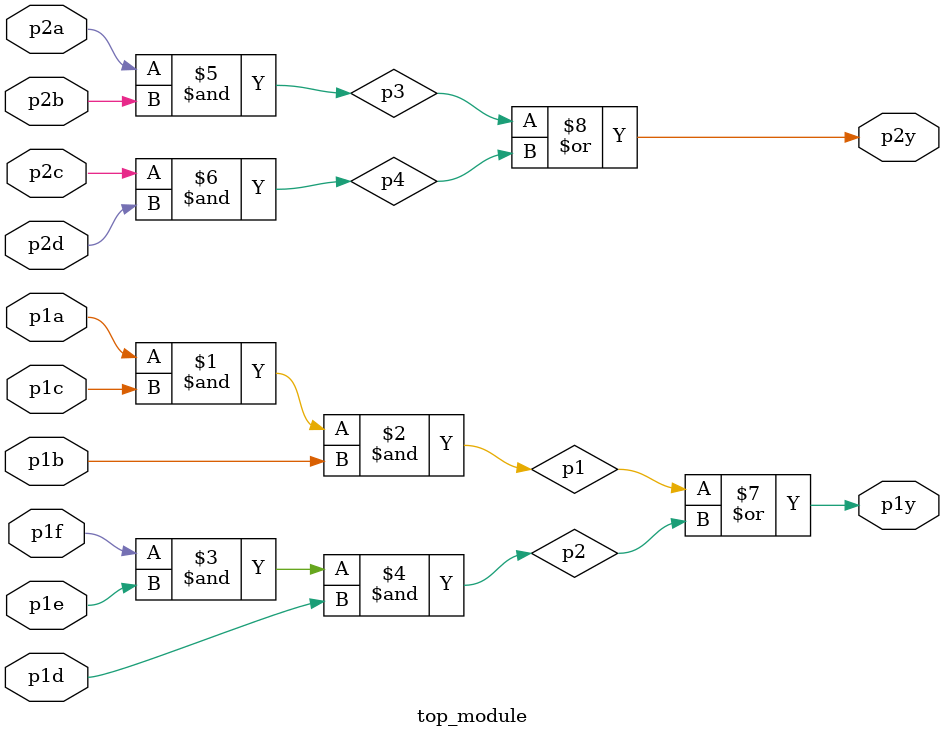
<source format=v>
/*Create a module with the same functionality as the 7458 chip. It has 10 inputs and 2 outputs. You may choose to use an assign statement to drive each of the output wires, or you may choose to declare (four) wires for use as intermediate signals, where each internal wire is driven by the output of one of the AND gates. For extra practice, try it both ways.*/

module top_module ( 
    input p1a, p1b, p1c, p1d, p1e, p1f,
    output p1y,
    input p2a, p2b, p2c, p2d,
    output p2y );
    wire p1,p2,p3,p4;
    assign p1=p1a & p1c & p1b;
    assign p2=p1f & p1e & p1d;
    assign p3=p2a & p2b;
    assign p4= p2c & p2d;
    assign p1y= p1|p2;
    assign p2y=p3|p4;


endmodule


</source>
